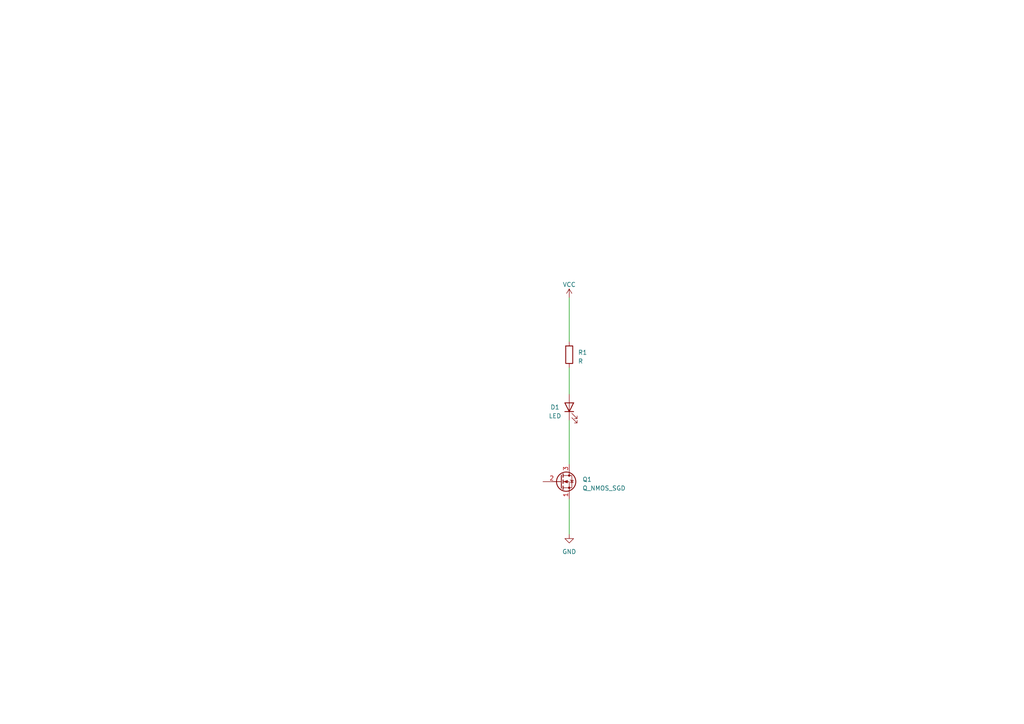
<source format=kicad_sch>
(kicad_sch (version 20230121) (generator eeschema)
  (paper "A4")
  (title_block (title "Traffic Lights"))
  (lib_symbols
    (symbol "Device:LED" (pin_numbers hide) (pin_names (offset 1.016) hide)
      (property "Reference" "D" (at 0 2.54 0))
      (property "Value" "LED" (at 0 -2.54 0))
      (symbol "LED_0_1"
        (polyline (pts (xy -1.27 -1.27) (xy -1.27 1.27)) (stroke (width 0.254)))
        (polyline (pts (xy -1.27 0) (xy 1.27 0)))
        (polyline (pts (xy 1.27 -1.27) (xy 1.27 1.27) (xy -1.27 0) (xy 1.27 -1.27)) (stroke (width 0.254)))
        (polyline (pts (xy -3.048 -0.762) (xy -4.572 -2.286) (xy -3.81 -2.286) (xy -4.572 -2.286) (xy -4.572 -1.524)))
        (polyline (pts (xy -1.778 -0.762) (xy -3.302 -2.286) (xy -2.54 -2.286) (xy -3.302 -2.286) (xy -3.302 -1.524)))
      )
      (symbol "LED_1_1"
        (pin passive line (at -3.81 0 0) (length 2.54) (name "K") (number "1"))
        (pin passive line (at 3.81 0 180) (length 2.54) (name "A") (number "2"))
      )
    )
    (symbol "Device:Q_NMOS_SGD" (pin_names (offset 0) hide)
      (property "Reference" "Q" (at 5.08 1.27 0))
      (property "Value" "Q_NMOS_SGD" (at 5.08 -1.27 0))
      (symbol "Q_NMOS_SGD_0_1"
        (polyline (pts (xy 0.254 0) (xy -2.54 0)))
        (polyline (pts (xy 0.254 1.905) (xy 0.254 -1.905)) (stroke (width 0.254)))
        (polyline (pts (xy 0.762 -1.27) (xy 0.762 -2.286)) (stroke (width 0.254)))
        (polyline (pts (xy 0.762 0.508) (xy 0.762 -0.508)) (stroke (width 0.254)))
        (polyline (pts (xy 0.762 2.286) (xy 0.762 1.27)) (stroke (width 0.254)))
        (polyline (pts (xy 2.54 2.54) (xy 2.54 1.778)))
        (polyline (pts (xy 2.54 -2.54) (xy 2.54 0) (xy 0.762 0)))
        (polyline (pts (xy 0.762 -1.778) (xy 3.302 -1.778) (xy 3.302 1.778) (xy 0.762 1.778)))
        (polyline (pts (xy 1.016 0) (xy 2.032 0.381) (xy 2.032 -0.381) (xy 1.016 0)) (fill (type outline)))
        (polyline (pts (xy 2.794 0.508) (xy 2.921 0.381) (xy 3.683 0.381) (xy 3.81 0.254)))
        (polyline (pts (xy 3.302 0.381) (xy 2.921 -0.254) (xy 3.683 -0.254) (xy 3.302 0.381)))
        (circle (center 1.651 0) (radius 2.794) (stroke (width 0.254)))
        (circle (center 2.54 -1.778) (radius 0.254) (fill (type outline)))
        (circle (center 2.54 1.778) (radius 0.254) (fill (type outline)))
      )
      (symbol "Q_NMOS_SGD_1_1"
        (pin passive line (at 2.54 -5.08 90) (length 2.54) (name "S") (number "1"))
        (pin input line (at -5.08 0 0) (length 5.08) (name "G") (number "2"))
        (pin passive line (at 2.54 5.08 270) (length 2.54) (name "D") (number "3"))
      )
    )
    (symbol "Device:R" (pin_numbers hide) (pin_names (offset 0))
      (property "Reference" "R" (at 2.032 0 90))
      (property "Value" "R" (at 0 0 90))
      (symbol "R_0_1"
        (rectangle (start -1.016 -2.54) (end 1.016 2.54) (stroke (width 0.254)))
      )
      (symbol "R_1_1"
        (pin passive line (at 0 3.81 270) (length 1.27) (name "~") (number "1"))
        (pin passive line (at 0 -3.81 90) (length 1.27) (name "~") (number "2"))
      )
    )
    (symbol "power:GND" (power) (pin_names (offset 0))
      (property "Value" "GND" (at 0 -3.81 0))
      (symbol "GND_0_1"
        (polyline (pts (xy 0 0) (xy 0 -1.27) (xy 1.27 -1.27) (xy 0 -2.54) (xy -1.27 -1.27) (xy 0 -1.27)))
      )
      (symbol "GND_1_1"
        (pin power_in line (at 0 0 270) (length 0) hide (name "GND") (number "1"))
      )
    )
    (symbol "power:VCC" (power) (pin_names (offset 0))
      (property "Value" "VCC" (at 0 3.81 0))
      (symbol "VCC_0_1"
        (polyline (pts (xy -0.762 1.27) (xy 0 2.54)))
        (polyline (pts (xy 0 0) (xy 0 2.54)))
        (polyline (pts (xy 0 2.54) (xy 0.762 1.27)))
      )
      (symbol "VCC_1_1"
        (pin power_in line (at 0 0 90) (length 0) hide (name "VCC") (number "1"))
      )
    )
  )
  (wire (pts (xy 165.1 121.92) (xy 165.1 134.62)))
  (wire (pts (xy 165.1 144.78) (xy 165.1 154.94)))
  (wire (pts (xy 165.1 86.36) (xy 165.1 99.06)))
  (wire (pts (xy 165.1 106.68) (xy 165.1 114.3)))
  (symbol (lib_id "Device:LED") (at 165.1 118.11 90) (unit 1)
    (property "Reference" "D1" (at 160.9725 118.11 90))
    (property "Value" "LED" (at 160.9725 120.65 90))
  )
  (symbol (lib_id "Device:Q_NMOS_SGD") (at 162.56 139.7 0) (unit 1)
    (property "Reference" "Q1" (at 168.91 139.065 0) (effects (justify left)))
    (property "Value" "Q_NMOS_SGD" (at 168.91 141.605 0) (effects (justify left)))
  )
  (symbol (lib_id "power:GND") (at 165.1 154.94 0) (unit 1)
    (property "Reference" "#PWR01" (effects hide))
    (property "Value" "GND" (at 165.1 160.02 0))
  )
  (symbol (lib_id "power:VCC") (at 165.1 86.36 0) (unit 1)
    (property "Reference" "#PWR02" (effects hide))
    (property "Value" "VCC" (at 165.1 82.55 0))
  )
  (symbol (lib_id "Device:R") (at 165.1 102.87 0) (unit 1)
    (property "Reference" "R1" (at 167.64 102.235 0) (effects (justify left)))
    (property "Value" "R" (at 167.64 104.775 0) (effects (justify left)))
  )
)
</source>
